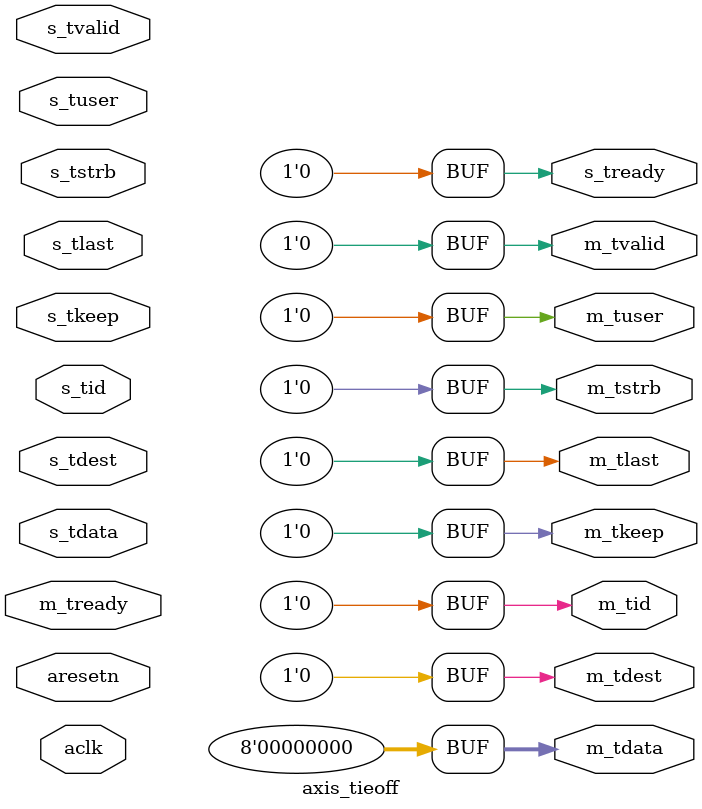
<source format=v>
`timescale 1ns / 1ps


module axis_tieoff #(
   parameter HAS_TLAST = 1,
   parameter HAS_TKEEP = 1,
   parameter HAS_TSTRB = 1,
   parameter HAS_TREADY = 1,
   parameter TUSER_WIDTH = 1,
   parameter TID_WIDTH = 1,
   parameter TDEST_WIDTH = 1,
   parameter TDATA_NUM_BYTES = 1 
  )(
  (* X_INTERFACE_INFO = "xilinx.com:interface:axis:1.0 S_AXIS TID" *)
  input [TID_WIDTH-1:0] s_tid, // Transfer ID tag (optional)
  (* X_INTERFACE_INFO = "xilinx.com:interface:axis:1.0 S_AXIS TDEST" *)
  input [TDEST_WIDTH-1:0] s_tdest, // Transfer Destination (optional)
  (* X_INTERFACE_INFO = "xilinx.com:interface:axis:1.0 S_AXIS TDATA" *)
  input [(TDATA_NUM_BYTES*8)-1:0] s_tdata, // Transfer Data (optional)
  (* X_INTERFACE_INFO = "xilinx.com:interface:axis:1.0 S_AXIS TSTRB" *)
  input [TDATA_NUM_BYTES-1:0] s_tstrb, // Transfer Data Byte Strobes (optional)
  (* X_INTERFACE_INFO = "xilinx.com:interface:axis:1.0 S_AXIS TKEEP" *)
  input [TDATA_NUM_BYTES-1:0] s_tkeep, // Transfer Null Byte Indicators (optional)
  (* X_INTERFACE_INFO = "xilinx.com:interface:axis:1.0 S_AXIS TLAST" *)
  input s_tlast, // Packet Boundary Indicator (optional)
  (* X_INTERFACE_INFO = "xilinx.com:interface:axis:1.0 S_AXIS TUSER" *)
  input [TUSER_WIDTH-1:0] s_tuser, // Transfer user sideband (optional)
  (* X_INTERFACE_INFO = "xilinx.com:interface:axis:1.0 S_AXIS TVALID" *)
  input s_tvalid, // Transfer valid (required)
  (* X_INTERFACE_INFO = "xilinx.com:interface:axis:1.0 S_AXIS TREADY" *)
  output s_tready, // Transfer ready (optional)
  
    (* X_INTERFACE_INFO = "xilinx.com:interface:axis:1.0 M_AXIS TID" *)
  output [TID_WIDTH-1:0] m_tid, // Transfer ID tag (optional)
  (* X_INTERFACE_INFO = "xilinx.com:interface:axis:1.0 M_AXIS TDEST" *)
  output [TDEST_WIDTH-1:0] m_tdest, // Transfer Destination (optional)
  (* X_INTERFACE_INFO = "xilinx.com:interface:axis:1.0 M_AXIS TDATA" *)
  output [(TDATA_NUM_BYTES*8)-1:0] m_tdata, // Transfer Data (optional)
  (* X_INTERFACE_INFO = "xilinx.com:interface:axis:1.0 M_AXIS TSTRB" *)
  output [TDATA_NUM_BYTES-1:0] m_tstrb, // Transfer Data Byte Strobes (optional)
  (* X_INTERFACE_INFO = "xilinx.com:interface:axis:1.0 M_AXIS TKEEP" *)
  output [TDATA_NUM_BYTES-1:0] m_tkeep, // Transfer Null Byte Indicators (optional)
  (* X_INTERFACE_INFO = "xilinx.com:interface:axis:1.0 M_AXIS TLAST" *)
  output m_tlast, // Packet Boundary Indicator (optional)
  (* X_INTERFACE_INFO = "xilinx.com:interface:axis:1.0 M_AXIS TUSER" *)
  output [TUSER_WIDTH-1:0] m_tuser, // Transfer user sideband (optional)
  (* X_INTERFACE_INFO = "xilinx.com:interface:axis:1.0 M_AXIS TVALID" *)
  output m_tvalid, // Transfer valid (required)
  (* X_INTERFACE_INFO = "xilinx.com:interface:axis:1.0 M_AXIS TREADY" *)
  input m_tready, // Transfer ready (optional)
  
  //  additional ports here
  input aclk,
  input aresetn
);

//  user logic here
  assign s_tready = 1'b0;
  
  assign m_tid = 'b0;
  assign m_tdest = 'b0;
  assign m_tdata = 'b0;
  assign m_tstrb = 'b0;
  assign m_tkeep = 'b0;
  assign m_tlast = 'b0;
  assign m_tuser = 'b0;
  assign m_tvalid = 'b0;

endmodule


</source>
